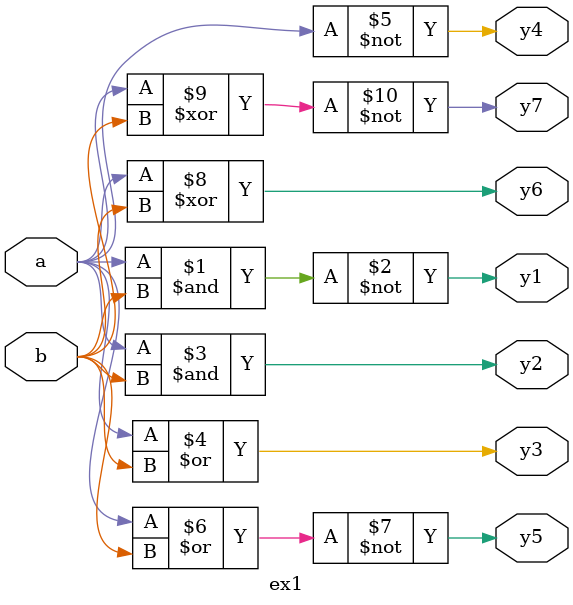
<source format=v>
module ex1(a,b,y1,y2,y3,y4,y5,y6,y7);
  input a,b;
  output y1,y2,y3,y4,y5,y6,y7;
  assign y1 = ~(a&b);
  assign y2=a&b;
  assign y3=a|b;
  assign y4=~a;
  assign y5=~(a|b);
  assign y6=a^b;
  assign y7=~(a^b);
endmodule

</source>
